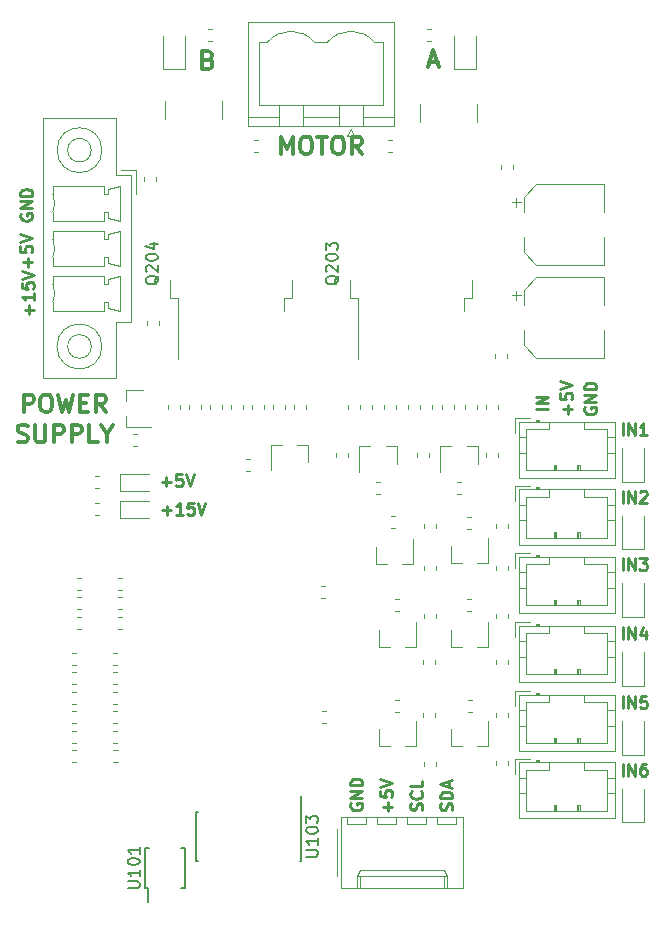
<source format=gto>
G04 #@! TF.GenerationSoftware,KiCad,Pcbnew,5.0.2+dfsg1-1~bpo9+1*
G04 #@! TF.CreationDate,2020-01-22T15:14:46+01:00*
G04 #@! TF.ProjectId,MOTOR_BOARD_I2C,4d4f544f-525f-4424-9f41-52445f493243,rev?*
G04 #@! TF.SameCoordinates,Original*
G04 #@! TF.FileFunction,Legend,Top*
G04 #@! TF.FilePolarity,Positive*
%FSLAX46Y46*%
G04 Gerber Fmt 4.6, Leading zero omitted, Abs format (unit mm)*
G04 Created by KiCad (PCBNEW 5.0.2+dfsg1-1~bpo9+1) date mer. 22 janv. 2020 15:14:46 CET*
%MOMM*%
%LPD*%
G01*
G04 APERTURE LIST*
%ADD10C,0.250000*%
%ADD11C,0.300000*%
%ADD12C,0.120000*%
%ADD13C,0.150000*%
G04 APERTURE END LIST*
D10*
X185944095Y-60269428D02*
X186706000Y-60269428D01*
X186325047Y-60650380D02*
X186325047Y-59888476D01*
X187706000Y-60650380D02*
X187134571Y-60650380D01*
X187420285Y-60650380D02*
X187420285Y-59650380D01*
X187325047Y-59793238D01*
X187229809Y-59888476D01*
X187134571Y-59936095D01*
X188610761Y-59650380D02*
X188134571Y-59650380D01*
X188086952Y-60126571D01*
X188134571Y-60078952D01*
X188229809Y-60031333D01*
X188467904Y-60031333D01*
X188563142Y-60078952D01*
X188610761Y-60126571D01*
X188658380Y-60221809D01*
X188658380Y-60459904D01*
X188610761Y-60555142D01*
X188563142Y-60602761D01*
X188467904Y-60650380D01*
X188229809Y-60650380D01*
X188134571Y-60602761D01*
X188086952Y-60555142D01*
X188944095Y-59650380D02*
X189277428Y-60650380D01*
X189610761Y-59650380D01*
X185912285Y-57856428D02*
X186674190Y-57856428D01*
X186293238Y-58237380D02*
X186293238Y-57475476D01*
X187626571Y-57237380D02*
X187150380Y-57237380D01*
X187102761Y-57713571D01*
X187150380Y-57665952D01*
X187245619Y-57618333D01*
X187483714Y-57618333D01*
X187578952Y-57665952D01*
X187626571Y-57713571D01*
X187674190Y-57808809D01*
X187674190Y-58046904D01*
X187626571Y-58142142D01*
X187578952Y-58189761D01*
X187483714Y-58237380D01*
X187245619Y-58237380D01*
X187150380Y-58189761D01*
X187102761Y-58142142D01*
X187959904Y-57237380D02*
X188293238Y-58237380D01*
X188626571Y-57237380D01*
X173998000Y-35178904D02*
X173950380Y-35274142D01*
X173950380Y-35417000D01*
X173998000Y-35559857D01*
X174093238Y-35655095D01*
X174188476Y-35702714D01*
X174378952Y-35750333D01*
X174521809Y-35750333D01*
X174712285Y-35702714D01*
X174807523Y-35655095D01*
X174902761Y-35559857D01*
X174950380Y-35417000D01*
X174950380Y-35321761D01*
X174902761Y-35178904D01*
X174855142Y-35131285D01*
X174521809Y-35131285D01*
X174521809Y-35321761D01*
X174950380Y-34702714D02*
X173950380Y-34702714D01*
X174950380Y-34131285D01*
X173950380Y-34131285D01*
X174950380Y-33655095D02*
X173950380Y-33655095D01*
X173950380Y-33417000D01*
X173998000Y-33274142D01*
X174093238Y-33178904D01*
X174188476Y-33131285D01*
X174378952Y-33083666D01*
X174521809Y-33083666D01*
X174712285Y-33131285D01*
X174807523Y-33178904D01*
X174902761Y-33274142D01*
X174950380Y-33417000D01*
X174950380Y-33655095D01*
X174569428Y-39639714D02*
X174569428Y-38877809D01*
X174950380Y-39258761D02*
X174188476Y-39258761D01*
X173950380Y-37925428D02*
X173950380Y-38401619D01*
X174426571Y-38449238D01*
X174378952Y-38401619D01*
X174331333Y-38306380D01*
X174331333Y-38068285D01*
X174378952Y-37973047D01*
X174426571Y-37925428D01*
X174521809Y-37877809D01*
X174759904Y-37877809D01*
X174855142Y-37925428D01*
X174902761Y-37973047D01*
X174950380Y-38068285D01*
X174950380Y-38306380D01*
X174902761Y-38401619D01*
X174855142Y-38449238D01*
X173950380Y-37592095D02*
X174950380Y-37258761D01*
X173950380Y-36925428D01*
X174696428Y-43671904D02*
X174696428Y-42910000D01*
X175077380Y-43290952D02*
X174315476Y-43290952D01*
X175077380Y-41910000D02*
X175077380Y-42481428D01*
X175077380Y-42195714D02*
X174077380Y-42195714D01*
X174220238Y-42290952D01*
X174315476Y-42386190D01*
X174363095Y-42481428D01*
X174077380Y-41005238D02*
X174077380Y-41481428D01*
X174553571Y-41529047D01*
X174505952Y-41481428D01*
X174458333Y-41386190D01*
X174458333Y-41148095D01*
X174505952Y-41052857D01*
X174553571Y-41005238D01*
X174648809Y-40957619D01*
X174886904Y-40957619D01*
X174982142Y-41005238D01*
X175029761Y-41052857D01*
X175077380Y-41148095D01*
X175077380Y-41386190D01*
X175029761Y-41481428D01*
X174982142Y-41529047D01*
X174077380Y-40671904D02*
X175077380Y-40338571D01*
X174077380Y-40005238D01*
D11*
X174208714Y-51981571D02*
X174208714Y-50481571D01*
X174780142Y-50481571D01*
X174923000Y-50553000D01*
X174994428Y-50624428D01*
X175065857Y-50767285D01*
X175065857Y-50981571D01*
X174994428Y-51124428D01*
X174923000Y-51195857D01*
X174780142Y-51267285D01*
X174208714Y-51267285D01*
X175994428Y-50481571D02*
X176280142Y-50481571D01*
X176423000Y-50553000D01*
X176565857Y-50695857D01*
X176637285Y-50981571D01*
X176637285Y-51481571D01*
X176565857Y-51767285D01*
X176423000Y-51910142D01*
X176280142Y-51981571D01*
X175994428Y-51981571D01*
X175851571Y-51910142D01*
X175708714Y-51767285D01*
X175637285Y-51481571D01*
X175637285Y-50981571D01*
X175708714Y-50695857D01*
X175851571Y-50553000D01*
X175994428Y-50481571D01*
X177137285Y-50481571D02*
X177494428Y-51981571D01*
X177780142Y-50910142D01*
X178065857Y-51981571D01*
X178423000Y-50481571D01*
X178994428Y-51195857D02*
X179494428Y-51195857D01*
X179708714Y-51981571D02*
X178994428Y-51981571D01*
X178994428Y-50481571D01*
X179708714Y-50481571D01*
X181208714Y-51981571D02*
X180708714Y-51267285D01*
X180351571Y-51981571D02*
X180351571Y-50481571D01*
X180923000Y-50481571D01*
X181065857Y-50553000D01*
X181137285Y-50624428D01*
X181208714Y-50767285D01*
X181208714Y-50981571D01*
X181137285Y-51124428D01*
X181065857Y-51195857D01*
X180923000Y-51267285D01*
X180351571Y-51267285D01*
X173708714Y-54460142D02*
X173923000Y-54531571D01*
X174280142Y-54531571D01*
X174423000Y-54460142D01*
X174494428Y-54388714D01*
X174565857Y-54245857D01*
X174565857Y-54103000D01*
X174494428Y-53960142D01*
X174423000Y-53888714D01*
X174280142Y-53817285D01*
X173994428Y-53745857D01*
X173851571Y-53674428D01*
X173780142Y-53603000D01*
X173708714Y-53460142D01*
X173708714Y-53317285D01*
X173780142Y-53174428D01*
X173851571Y-53103000D01*
X173994428Y-53031571D01*
X174351571Y-53031571D01*
X174565857Y-53103000D01*
X175208714Y-53031571D02*
X175208714Y-54245857D01*
X175280142Y-54388714D01*
X175351571Y-54460142D01*
X175494428Y-54531571D01*
X175780142Y-54531571D01*
X175923000Y-54460142D01*
X175994428Y-54388714D01*
X176065857Y-54245857D01*
X176065857Y-53031571D01*
X176780142Y-54531571D02*
X176780142Y-53031571D01*
X177351571Y-53031571D01*
X177494428Y-53103000D01*
X177565857Y-53174428D01*
X177637285Y-53317285D01*
X177637285Y-53531571D01*
X177565857Y-53674428D01*
X177494428Y-53745857D01*
X177351571Y-53817285D01*
X176780142Y-53817285D01*
X178280142Y-54531571D02*
X178280142Y-53031571D01*
X178851571Y-53031571D01*
X178994428Y-53103000D01*
X179065857Y-53174428D01*
X179137285Y-53317285D01*
X179137285Y-53531571D01*
X179065857Y-53674428D01*
X178994428Y-53745857D01*
X178851571Y-53817285D01*
X178280142Y-53817285D01*
X180494428Y-54531571D02*
X179780142Y-54531571D01*
X179780142Y-53031571D01*
X181280142Y-53817285D02*
X181280142Y-54531571D01*
X180780142Y-53031571D02*
X181280142Y-53817285D01*
X181780142Y-53031571D01*
X189845142Y-22117857D02*
X190059428Y-22189285D01*
X190130857Y-22260714D01*
X190202285Y-22403571D01*
X190202285Y-22617857D01*
X190130857Y-22760714D01*
X190059428Y-22832142D01*
X189916571Y-22903571D01*
X189345142Y-22903571D01*
X189345142Y-21403571D01*
X189845142Y-21403571D01*
X189988000Y-21475000D01*
X190059428Y-21546428D01*
X190130857Y-21689285D01*
X190130857Y-21832142D01*
X190059428Y-21975000D01*
X189988000Y-22046428D01*
X189845142Y-22117857D01*
X189345142Y-22117857D01*
X208557857Y-22348000D02*
X209272142Y-22348000D01*
X208415000Y-22776571D02*
X208915000Y-21276571D01*
X209415000Y-22776571D01*
D10*
X221750000Y-51561904D02*
X221702380Y-51657142D01*
X221702380Y-51800000D01*
X221750000Y-51942857D01*
X221845238Y-52038095D01*
X221940476Y-52085714D01*
X222130952Y-52133333D01*
X222273809Y-52133333D01*
X222464285Y-52085714D01*
X222559523Y-52038095D01*
X222654761Y-51942857D01*
X222702380Y-51800000D01*
X222702380Y-51704761D01*
X222654761Y-51561904D01*
X222607142Y-51514285D01*
X222273809Y-51514285D01*
X222273809Y-51704761D01*
X222702380Y-51085714D02*
X221702380Y-51085714D01*
X222702380Y-50514285D01*
X221702380Y-50514285D01*
X222702380Y-50038095D02*
X221702380Y-50038095D01*
X221702380Y-49800000D01*
X221750000Y-49657142D01*
X221845238Y-49561904D01*
X221940476Y-49514285D01*
X222130952Y-49466666D01*
X222273809Y-49466666D01*
X222464285Y-49514285D01*
X222559523Y-49561904D01*
X222654761Y-49657142D01*
X222702380Y-49800000D01*
X222702380Y-50038095D01*
X220289428Y-52085714D02*
X220289428Y-51323809D01*
X220670380Y-51704761D02*
X219908476Y-51704761D01*
X219670380Y-50371428D02*
X219670380Y-50847619D01*
X220146571Y-50895238D01*
X220098952Y-50847619D01*
X220051333Y-50752380D01*
X220051333Y-50514285D01*
X220098952Y-50419047D01*
X220146571Y-50371428D01*
X220241809Y-50323809D01*
X220479904Y-50323809D01*
X220575142Y-50371428D01*
X220622761Y-50419047D01*
X220670380Y-50514285D01*
X220670380Y-50752380D01*
X220622761Y-50847619D01*
X220575142Y-50895238D01*
X219670380Y-50038095D02*
X220670380Y-49704761D01*
X219670380Y-49371428D01*
X218638380Y-51704809D02*
X217638380Y-51704809D01*
X218638380Y-51228619D02*
X217638380Y-51228619D01*
X218638380Y-50657190D01*
X217638380Y-50657190D01*
X224933000Y-82748380D02*
X224933000Y-81748380D01*
X225409190Y-82748380D02*
X225409190Y-81748380D01*
X225980619Y-82748380D01*
X225980619Y-81748380D01*
X226885380Y-81748380D02*
X226694904Y-81748380D01*
X226599666Y-81796000D01*
X226552047Y-81843619D01*
X226456809Y-81986476D01*
X226409190Y-82176952D01*
X226409190Y-82557904D01*
X226456809Y-82653142D01*
X226504428Y-82700761D01*
X226599666Y-82748380D01*
X226790142Y-82748380D01*
X226885380Y-82700761D01*
X226933000Y-82653142D01*
X226980619Y-82557904D01*
X226980619Y-82319809D01*
X226933000Y-82224571D01*
X226885380Y-82176952D01*
X226790142Y-82129333D01*
X226599666Y-82129333D01*
X226504428Y-82176952D01*
X226456809Y-82224571D01*
X226409190Y-82319809D01*
X224933000Y-77033380D02*
X224933000Y-76033380D01*
X225409190Y-77033380D02*
X225409190Y-76033380D01*
X225980619Y-77033380D01*
X225980619Y-76033380D01*
X226933000Y-76033380D02*
X226456809Y-76033380D01*
X226409190Y-76509571D01*
X226456809Y-76461952D01*
X226552047Y-76414333D01*
X226790142Y-76414333D01*
X226885380Y-76461952D01*
X226933000Y-76509571D01*
X226980619Y-76604809D01*
X226980619Y-76842904D01*
X226933000Y-76938142D01*
X226885380Y-76985761D01*
X226790142Y-77033380D01*
X226552047Y-77033380D01*
X226456809Y-76985761D01*
X226409190Y-76938142D01*
X224933000Y-71191380D02*
X224933000Y-70191380D01*
X225409190Y-71191380D02*
X225409190Y-70191380D01*
X225980619Y-71191380D01*
X225980619Y-70191380D01*
X226885380Y-70524714D02*
X226885380Y-71191380D01*
X226647285Y-70143761D02*
X226409190Y-70858047D01*
X227028238Y-70858047D01*
X224933000Y-65349380D02*
X224933000Y-64349380D01*
X225409190Y-65349380D02*
X225409190Y-64349380D01*
X225980619Y-65349380D01*
X225980619Y-64349380D01*
X226361571Y-64349380D02*
X226980619Y-64349380D01*
X226647285Y-64730333D01*
X226790142Y-64730333D01*
X226885380Y-64777952D01*
X226933000Y-64825571D01*
X226980619Y-64920809D01*
X226980619Y-65158904D01*
X226933000Y-65254142D01*
X226885380Y-65301761D01*
X226790142Y-65349380D01*
X226504428Y-65349380D01*
X226409190Y-65301761D01*
X226361571Y-65254142D01*
X224933000Y-59634380D02*
X224933000Y-58634380D01*
X225409190Y-59634380D02*
X225409190Y-58634380D01*
X225980619Y-59634380D01*
X225980619Y-58634380D01*
X226409190Y-58729619D02*
X226456809Y-58682000D01*
X226552047Y-58634380D01*
X226790142Y-58634380D01*
X226885380Y-58682000D01*
X226933000Y-58729619D01*
X226980619Y-58824857D01*
X226980619Y-58920095D01*
X226933000Y-59062952D01*
X226361571Y-59634380D01*
X226980619Y-59634380D01*
X224933000Y-53919380D02*
X224933000Y-52919380D01*
X225409190Y-53919380D02*
X225409190Y-52919380D01*
X225980619Y-53919380D01*
X225980619Y-52919380D01*
X226980619Y-53919380D02*
X226409190Y-53919380D01*
X226694904Y-53919380D02*
X226694904Y-52919380D01*
X226599666Y-53062238D01*
X226504428Y-53157476D01*
X226409190Y-53205095D01*
D11*
X195997142Y-30142571D02*
X195997142Y-28642571D01*
X196497142Y-29714000D01*
X196997142Y-28642571D01*
X196997142Y-30142571D01*
X197997142Y-28642571D02*
X198282857Y-28642571D01*
X198425714Y-28714000D01*
X198568571Y-28856857D01*
X198640000Y-29142571D01*
X198640000Y-29642571D01*
X198568571Y-29928285D01*
X198425714Y-30071142D01*
X198282857Y-30142571D01*
X197997142Y-30142571D01*
X197854285Y-30071142D01*
X197711428Y-29928285D01*
X197640000Y-29642571D01*
X197640000Y-29142571D01*
X197711428Y-28856857D01*
X197854285Y-28714000D01*
X197997142Y-28642571D01*
X199068571Y-28642571D02*
X199925714Y-28642571D01*
X199497142Y-30142571D02*
X199497142Y-28642571D01*
X200711428Y-28642571D02*
X200997142Y-28642571D01*
X201140000Y-28714000D01*
X201282857Y-28856857D01*
X201354285Y-29142571D01*
X201354285Y-29642571D01*
X201282857Y-29928285D01*
X201140000Y-30071142D01*
X200997142Y-30142571D01*
X200711428Y-30142571D01*
X200568571Y-30071142D01*
X200425714Y-29928285D01*
X200354285Y-29642571D01*
X200354285Y-29142571D01*
X200425714Y-28856857D01*
X200568571Y-28714000D01*
X200711428Y-28642571D01*
X202854285Y-30142571D02*
X202354285Y-29428285D01*
X201997142Y-30142571D02*
X201997142Y-28642571D01*
X202568571Y-28642571D01*
X202711428Y-28714000D01*
X202782857Y-28785428D01*
X202854285Y-28928285D01*
X202854285Y-29142571D01*
X202782857Y-29285428D01*
X202711428Y-29356857D01*
X202568571Y-29428285D01*
X201997142Y-29428285D01*
D10*
X210462761Y-85669285D02*
X210510380Y-85526428D01*
X210510380Y-85288333D01*
X210462761Y-85193095D01*
X210415142Y-85145476D01*
X210319904Y-85097857D01*
X210224666Y-85097857D01*
X210129428Y-85145476D01*
X210081809Y-85193095D01*
X210034190Y-85288333D01*
X209986571Y-85478809D01*
X209938952Y-85574047D01*
X209891333Y-85621666D01*
X209796095Y-85669285D01*
X209700857Y-85669285D01*
X209605619Y-85621666D01*
X209558000Y-85574047D01*
X209510380Y-85478809D01*
X209510380Y-85240714D01*
X209558000Y-85097857D01*
X210510380Y-84669285D02*
X209510380Y-84669285D01*
X209510380Y-84431190D01*
X209558000Y-84288333D01*
X209653238Y-84193095D01*
X209748476Y-84145476D01*
X209938952Y-84097857D01*
X210081809Y-84097857D01*
X210272285Y-84145476D01*
X210367523Y-84193095D01*
X210462761Y-84288333D01*
X210510380Y-84431190D01*
X210510380Y-84669285D01*
X210224666Y-83716904D02*
X210224666Y-83240714D01*
X210510380Y-83812142D02*
X209510380Y-83478809D01*
X210510380Y-83145476D01*
X207922761Y-85645476D02*
X207970380Y-85502619D01*
X207970380Y-85264523D01*
X207922761Y-85169285D01*
X207875142Y-85121666D01*
X207779904Y-85074047D01*
X207684666Y-85074047D01*
X207589428Y-85121666D01*
X207541809Y-85169285D01*
X207494190Y-85264523D01*
X207446571Y-85455000D01*
X207398952Y-85550238D01*
X207351333Y-85597857D01*
X207256095Y-85645476D01*
X207160857Y-85645476D01*
X207065619Y-85597857D01*
X207018000Y-85550238D01*
X206970380Y-85455000D01*
X206970380Y-85216904D01*
X207018000Y-85074047D01*
X207875142Y-84074047D02*
X207922761Y-84121666D01*
X207970380Y-84264523D01*
X207970380Y-84359761D01*
X207922761Y-84502619D01*
X207827523Y-84597857D01*
X207732285Y-84645476D01*
X207541809Y-84693095D01*
X207398952Y-84693095D01*
X207208476Y-84645476D01*
X207113238Y-84597857D01*
X207018000Y-84502619D01*
X206970380Y-84359761D01*
X206970380Y-84264523D01*
X207018000Y-84121666D01*
X207065619Y-84074047D01*
X207970380Y-83169285D02*
X207970380Y-83645476D01*
X206970380Y-83645476D01*
X205049428Y-85740714D02*
X205049428Y-84978809D01*
X205430380Y-85359761D02*
X204668476Y-85359761D01*
X204430380Y-84026428D02*
X204430380Y-84502619D01*
X204906571Y-84550238D01*
X204858952Y-84502619D01*
X204811333Y-84407380D01*
X204811333Y-84169285D01*
X204858952Y-84074047D01*
X204906571Y-84026428D01*
X205001809Y-83978809D01*
X205239904Y-83978809D01*
X205335142Y-84026428D01*
X205382761Y-84074047D01*
X205430380Y-84169285D01*
X205430380Y-84407380D01*
X205382761Y-84502619D01*
X205335142Y-84550238D01*
X204430380Y-83693095D02*
X205430380Y-83359761D01*
X204430380Y-83026428D01*
X201938000Y-85089904D02*
X201890380Y-85185142D01*
X201890380Y-85328000D01*
X201938000Y-85470857D01*
X202033238Y-85566095D01*
X202128476Y-85613714D01*
X202318952Y-85661333D01*
X202461809Y-85661333D01*
X202652285Y-85613714D01*
X202747523Y-85566095D01*
X202842761Y-85470857D01*
X202890380Y-85328000D01*
X202890380Y-85232761D01*
X202842761Y-85089904D01*
X202795142Y-85042285D01*
X202461809Y-85042285D01*
X202461809Y-85232761D01*
X202890380Y-84613714D02*
X201890380Y-84613714D01*
X202890380Y-84042285D01*
X201890380Y-84042285D01*
X202890380Y-83566095D02*
X201890380Y-83566095D01*
X201890380Y-83328000D01*
X201938000Y-83185142D01*
X202033238Y-83089904D01*
X202128476Y-83042285D01*
X202318952Y-82994666D01*
X202461809Y-82994666D01*
X202652285Y-83042285D01*
X202747523Y-83089904D01*
X202842761Y-83185142D01*
X202890380Y-83328000D01*
X202890380Y-83566095D01*
D12*
G04 #@! TO.C,C204*
X215920250Y-33826750D02*
X215920250Y-34614250D01*
X215526500Y-34220500D02*
X216314000Y-34220500D01*
X216554000Y-38413563D02*
X217618437Y-39478000D01*
X216554000Y-33722437D02*
X217618437Y-32658000D01*
X216554000Y-33722437D02*
X216554000Y-35008000D01*
X216554000Y-38413563D02*
X216554000Y-37128000D01*
X217618437Y-39478000D02*
X223374000Y-39478000D01*
X217618437Y-32658000D02*
X223374000Y-32658000D01*
X223374000Y-32658000D02*
X223374000Y-35008000D01*
X223374000Y-39478000D02*
X223374000Y-37128000D01*
G04 #@! TO.C,R411*
X209044000Y-72980733D02*
X209044000Y-73323267D01*
X208024000Y-72980733D02*
X208024000Y-73323267D01*
D13*
G04 #@! TO.C,U101*
X184507000Y-92226000D02*
X184732000Y-92226000D01*
X184507000Y-88876000D02*
X184807000Y-88876000D01*
X187857000Y-88876000D02*
X187557000Y-88876000D01*
X187857000Y-92226000D02*
X187557000Y-92226000D01*
X184507000Y-92226000D02*
X184507000Y-88876000D01*
X187857000Y-92226000D02*
X187857000Y-88876000D01*
X184732000Y-92226000D02*
X184732000Y-93451000D01*
D12*
G04 #@! TO.C,R124*
X181777344Y-73357506D02*
X182119878Y-73357506D01*
X181777344Y-72337506D02*
X182119878Y-72337506D01*
G04 #@! TO.C,C502*
X199765767Y-67693000D02*
X199423233Y-67693000D01*
X199765767Y-66673000D02*
X199423233Y-66673000D01*
G04 #@! TO.C,C501*
X199829267Y-77277500D02*
X199486733Y-77277500D01*
X199829267Y-78297500D02*
X199486733Y-78297500D01*
G04 #@! TO.C,J405*
X215826000Y-75614000D02*
X215826000Y-76864000D01*
X217076000Y-75614000D02*
X215826000Y-75614000D01*
X221186000Y-80024000D02*
X221186000Y-79524000D01*
X221286000Y-79524000D02*
X221286000Y-80024000D01*
X221086000Y-79524000D02*
X221286000Y-79524000D01*
X221086000Y-80024000D02*
X221086000Y-79524000D01*
X219186000Y-80024000D02*
X219186000Y-79524000D01*
X219286000Y-79524000D02*
X219286000Y-80024000D01*
X219086000Y-79524000D02*
X219286000Y-79524000D01*
X219086000Y-80024000D02*
X219086000Y-79524000D01*
X224246000Y-78524000D02*
X223636000Y-78524000D01*
X224246000Y-77224000D02*
X223636000Y-77224000D01*
X216126000Y-78524000D02*
X216736000Y-78524000D01*
X216126000Y-77224000D02*
X216736000Y-77224000D01*
X221686000Y-76524000D02*
X221686000Y-75914000D01*
X223636000Y-76524000D02*
X221686000Y-76524000D01*
X223636000Y-80024000D02*
X223636000Y-76524000D01*
X216736000Y-80024000D02*
X223636000Y-80024000D01*
X216736000Y-76524000D02*
X216736000Y-80024000D01*
X218686000Y-76524000D02*
X216736000Y-76524000D01*
X218686000Y-75914000D02*
X218686000Y-76524000D01*
X217886000Y-75814000D02*
X217586000Y-75814000D01*
X217586000Y-75714000D02*
X217586000Y-75914000D01*
X217886000Y-75714000D02*
X217586000Y-75714000D01*
X217886000Y-75914000D02*
X217886000Y-75714000D01*
X224246000Y-75914000D02*
X216126000Y-75914000D01*
X224246000Y-80634000D02*
X224246000Y-75914000D01*
X216126000Y-80634000D02*
X224246000Y-80634000D01*
X216126000Y-75914000D02*
X216126000Y-80634000D01*
G04 #@! TO.C,R418*
X215267000Y-81489733D02*
X215267000Y-81832267D01*
X214247000Y-81489733D02*
X214247000Y-81832267D01*
G04 #@! TO.C,R416*
X212148267Y-76325000D02*
X211805733Y-76325000D01*
X212148267Y-77345000D02*
X211805733Y-77345000D01*
G04 #@! TO.C,Q405*
X204287000Y-80262000D02*
X205217000Y-80262000D01*
X207447000Y-80262000D02*
X206517000Y-80262000D01*
X207447000Y-80262000D02*
X207447000Y-78102000D01*
X204287000Y-80262000D02*
X204287000Y-78802000D01*
G04 #@! TO.C,R413*
X209044000Y-77768267D02*
X209044000Y-77425733D01*
X208024000Y-77768267D02*
X208024000Y-77425733D01*
G04 #@! TO.C,R414*
X214247000Y-77768267D02*
X214247000Y-77425733D01*
X215267000Y-77768267D02*
X215267000Y-77425733D01*
G04 #@! TO.C,R417*
X208151000Y-81602733D02*
X208151000Y-81945267D01*
X209171000Y-81602733D02*
X209171000Y-81945267D01*
G04 #@! TO.C,R415*
X206038267Y-77345000D02*
X205695733Y-77345000D01*
X206038267Y-76325000D02*
X205695733Y-76325000D01*
G04 #@! TO.C,Q406*
X210383000Y-80262000D02*
X211313000Y-80262000D01*
X213543000Y-80262000D02*
X212613000Y-80262000D01*
X213543000Y-80262000D02*
X213543000Y-78102000D01*
X210383000Y-80262000D02*
X210383000Y-78802000D01*
G04 #@! TO.C,Q403*
X204287000Y-71880000D02*
X204287000Y-70420000D01*
X207447000Y-71880000D02*
X207447000Y-69720000D01*
X207447000Y-71880000D02*
X206517000Y-71880000D01*
X204287000Y-71880000D02*
X205217000Y-71880000D01*
G04 #@! TO.C,R409*
X206038267Y-67816000D02*
X205695733Y-67816000D01*
X206038267Y-68836000D02*
X205695733Y-68836000D01*
G04 #@! TO.C,R407*
X208151000Y-69386267D02*
X208151000Y-69043733D01*
X209171000Y-69386267D02*
X209171000Y-69043733D01*
G04 #@! TO.C,R406*
X215267000Y-64979733D02*
X215267000Y-65322267D01*
X214247000Y-64979733D02*
X214247000Y-65322267D01*
G04 #@! TO.C,D201*
X182882000Y-50109000D02*
X182882000Y-51039000D01*
X182882000Y-53269000D02*
X182882000Y-52339000D01*
X182882000Y-53269000D02*
X185042000Y-53269000D01*
X182882000Y-50109000D02*
X184342000Y-50109000D01*
G04 #@! TO.C,J401*
X215826000Y-52500000D02*
X215826000Y-53750000D01*
X217076000Y-52500000D02*
X215826000Y-52500000D01*
X221186000Y-56910000D02*
X221186000Y-56410000D01*
X221286000Y-56410000D02*
X221286000Y-56910000D01*
X221086000Y-56410000D02*
X221286000Y-56410000D01*
X221086000Y-56910000D02*
X221086000Y-56410000D01*
X219186000Y-56910000D02*
X219186000Y-56410000D01*
X219286000Y-56410000D02*
X219286000Y-56910000D01*
X219086000Y-56410000D02*
X219286000Y-56410000D01*
X219086000Y-56910000D02*
X219086000Y-56410000D01*
X224246000Y-55410000D02*
X223636000Y-55410000D01*
X224246000Y-54110000D02*
X223636000Y-54110000D01*
X216126000Y-55410000D02*
X216736000Y-55410000D01*
X216126000Y-54110000D02*
X216736000Y-54110000D01*
X221686000Y-53410000D02*
X221686000Y-52800000D01*
X223636000Y-53410000D02*
X221686000Y-53410000D01*
X223636000Y-56910000D02*
X223636000Y-53410000D01*
X216736000Y-56910000D02*
X223636000Y-56910000D01*
X216736000Y-53410000D02*
X216736000Y-56910000D01*
X218686000Y-53410000D02*
X216736000Y-53410000D01*
X218686000Y-52800000D02*
X218686000Y-53410000D01*
X217886000Y-52700000D02*
X217586000Y-52700000D01*
X217586000Y-52600000D02*
X217586000Y-52800000D01*
X217886000Y-52600000D02*
X217586000Y-52600000D01*
X217886000Y-52800000D02*
X217886000Y-52600000D01*
X224246000Y-52800000D02*
X216126000Y-52800000D01*
X224246000Y-57520000D02*
X224246000Y-52800000D01*
X216126000Y-57520000D02*
X224246000Y-57520000D01*
X216126000Y-52800000D02*
X216126000Y-57520000D01*
G04 #@! TO.C,J402*
X215826000Y-58215000D02*
X215826000Y-59465000D01*
X217076000Y-58215000D02*
X215826000Y-58215000D01*
X221186000Y-62625000D02*
X221186000Y-62125000D01*
X221286000Y-62125000D02*
X221286000Y-62625000D01*
X221086000Y-62125000D02*
X221286000Y-62125000D01*
X221086000Y-62625000D02*
X221086000Y-62125000D01*
X219186000Y-62625000D02*
X219186000Y-62125000D01*
X219286000Y-62125000D02*
X219286000Y-62625000D01*
X219086000Y-62125000D02*
X219286000Y-62125000D01*
X219086000Y-62625000D02*
X219086000Y-62125000D01*
X224246000Y-61125000D02*
X223636000Y-61125000D01*
X224246000Y-59825000D02*
X223636000Y-59825000D01*
X216126000Y-61125000D02*
X216736000Y-61125000D01*
X216126000Y-59825000D02*
X216736000Y-59825000D01*
X221686000Y-59125000D02*
X221686000Y-58515000D01*
X223636000Y-59125000D02*
X221686000Y-59125000D01*
X223636000Y-62625000D02*
X223636000Y-59125000D01*
X216736000Y-62625000D02*
X223636000Y-62625000D01*
X216736000Y-59125000D02*
X216736000Y-62625000D01*
X218686000Y-59125000D02*
X216736000Y-59125000D01*
X218686000Y-58515000D02*
X218686000Y-59125000D01*
X217886000Y-58415000D02*
X217586000Y-58415000D01*
X217586000Y-58315000D02*
X217586000Y-58515000D01*
X217886000Y-58315000D02*
X217586000Y-58315000D01*
X217886000Y-58515000D02*
X217886000Y-58315000D01*
X224246000Y-58515000D02*
X216126000Y-58515000D01*
X224246000Y-63235000D02*
X224246000Y-58515000D01*
X216126000Y-63235000D02*
X224246000Y-63235000D01*
X216126000Y-58515000D02*
X216126000Y-63235000D01*
G04 #@! TO.C,J403*
X215826000Y-63930000D02*
X215826000Y-65180000D01*
X217076000Y-63930000D02*
X215826000Y-63930000D01*
X221186000Y-68340000D02*
X221186000Y-67840000D01*
X221286000Y-67840000D02*
X221286000Y-68340000D01*
X221086000Y-67840000D02*
X221286000Y-67840000D01*
X221086000Y-68340000D02*
X221086000Y-67840000D01*
X219186000Y-68340000D02*
X219186000Y-67840000D01*
X219286000Y-67840000D02*
X219286000Y-68340000D01*
X219086000Y-67840000D02*
X219286000Y-67840000D01*
X219086000Y-68340000D02*
X219086000Y-67840000D01*
X224246000Y-66840000D02*
X223636000Y-66840000D01*
X224246000Y-65540000D02*
X223636000Y-65540000D01*
X216126000Y-66840000D02*
X216736000Y-66840000D01*
X216126000Y-65540000D02*
X216736000Y-65540000D01*
X221686000Y-64840000D02*
X221686000Y-64230000D01*
X223636000Y-64840000D02*
X221686000Y-64840000D01*
X223636000Y-68340000D02*
X223636000Y-64840000D01*
X216736000Y-68340000D02*
X223636000Y-68340000D01*
X216736000Y-64840000D02*
X216736000Y-68340000D01*
X218686000Y-64840000D02*
X216736000Y-64840000D01*
X218686000Y-64230000D02*
X218686000Y-64840000D01*
X217886000Y-64130000D02*
X217586000Y-64130000D01*
X217586000Y-64030000D02*
X217586000Y-64230000D01*
X217886000Y-64030000D02*
X217586000Y-64030000D01*
X217886000Y-64230000D02*
X217886000Y-64030000D01*
X224246000Y-64230000D02*
X216126000Y-64230000D01*
X224246000Y-68950000D02*
X224246000Y-64230000D01*
X216126000Y-68950000D02*
X224246000Y-68950000D01*
X216126000Y-64230000D02*
X216126000Y-68950000D01*
G04 #@! TO.C,J404*
X215826000Y-69772000D02*
X215826000Y-71022000D01*
X217076000Y-69772000D02*
X215826000Y-69772000D01*
X221186000Y-74182000D02*
X221186000Y-73682000D01*
X221286000Y-73682000D02*
X221286000Y-74182000D01*
X221086000Y-73682000D02*
X221286000Y-73682000D01*
X221086000Y-74182000D02*
X221086000Y-73682000D01*
X219186000Y-74182000D02*
X219186000Y-73682000D01*
X219286000Y-73682000D02*
X219286000Y-74182000D01*
X219086000Y-73682000D02*
X219286000Y-73682000D01*
X219086000Y-74182000D02*
X219086000Y-73682000D01*
X224246000Y-72682000D02*
X223636000Y-72682000D01*
X224246000Y-71382000D02*
X223636000Y-71382000D01*
X216126000Y-72682000D02*
X216736000Y-72682000D01*
X216126000Y-71382000D02*
X216736000Y-71382000D01*
X221686000Y-70682000D02*
X221686000Y-70072000D01*
X223636000Y-70682000D02*
X221686000Y-70682000D01*
X223636000Y-74182000D02*
X223636000Y-70682000D01*
X216736000Y-74182000D02*
X223636000Y-74182000D01*
X216736000Y-70682000D02*
X216736000Y-74182000D01*
X218686000Y-70682000D02*
X216736000Y-70682000D01*
X218686000Y-70072000D02*
X218686000Y-70682000D01*
X217886000Y-69972000D02*
X217586000Y-69972000D01*
X217586000Y-69872000D02*
X217586000Y-70072000D01*
X217886000Y-69872000D02*
X217586000Y-69872000D01*
X217886000Y-70072000D02*
X217886000Y-69872000D01*
X224246000Y-70072000D02*
X216126000Y-70072000D01*
X224246000Y-74792000D02*
X224246000Y-70072000D01*
X216126000Y-74792000D02*
X224246000Y-74792000D01*
X216126000Y-70072000D02*
X216126000Y-74792000D01*
G04 #@! TO.C,J406*
X215826000Y-81329000D02*
X215826000Y-82579000D01*
X217076000Y-81329000D02*
X215826000Y-81329000D01*
X221186000Y-85739000D02*
X221186000Y-85239000D01*
X221286000Y-85239000D02*
X221286000Y-85739000D01*
X221086000Y-85239000D02*
X221286000Y-85239000D01*
X221086000Y-85739000D02*
X221086000Y-85239000D01*
X219186000Y-85739000D02*
X219186000Y-85239000D01*
X219286000Y-85239000D02*
X219286000Y-85739000D01*
X219086000Y-85239000D02*
X219286000Y-85239000D01*
X219086000Y-85739000D02*
X219086000Y-85239000D01*
X224246000Y-84239000D02*
X223636000Y-84239000D01*
X224246000Y-82939000D02*
X223636000Y-82939000D01*
X216126000Y-84239000D02*
X216736000Y-84239000D01*
X216126000Y-82939000D02*
X216736000Y-82939000D01*
X221686000Y-82239000D02*
X221686000Y-81629000D01*
X223636000Y-82239000D02*
X221686000Y-82239000D01*
X223636000Y-85739000D02*
X223636000Y-82239000D01*
X216736000Y-85739000D02*
X223636000Y-85739000D01*
X216736000Y-82239000D02*
X216736000Y-85739000D01*
X218686000Y-82239000D02*
X216736000Y-82239000D01*
X218686000Y-81629000D02*
X218686000Y-82239000D01*
X217886000Y-81529000D02*
X217586000Y-81529000D01*
X217586000Y-81429000D02*
X217586000Y-81629000D01*
X217886000Y-81429000D02*
X217586000Y-81429000D01*
X217886000Y-81629000D02*
X217886000Y-81429000D01*
X224246000Y-81629000D02*
X216126000Y-81629000D01*
X224246000Y-86349000D02*
X224246000Y-81629000D01*
X216126000Y-86349000D02*
X224246000Y-86349000D01*
X216126000Y-81629000D02*
X216126000Y-86349000D01*
G04 #@! TO.C,R201*
X210902733Y-58930000D02*
X211245267Y-58930000D01*
X210902733Y-57910000D02*
X211245267Y-57910000D01*
G04 #@! TO.C,Q201*
X212654000Y-54866000D02*
X211724000Y-54866000D01*
X209494000Y-54866000D02*
X210424000Y-54866000D01*
X209494000Y-54866000D02*
X209494000Y-57026000D01*
X212654000Y-54866000D02*
X212654000Y-56326000D01*
G04 #@! TO.C,R215*
X189232000Y-51733267D02*
X189232000Y-51390733D01*
X188212000Y-51733267D02*
X188212000Y-51390733D01*
G04 #@! TO.C,R202*
X207516000Y-55454733D02*
X207516000Y-55797267D01*
X208536000Y-55454733D02*
X208536000Y-55797267D01*
G04 #@! TO.C,R203*
X213358000Y-55797267D02*
X213358000Y-55454733D01*
X214378000Y-55797267D02*
X214378000Y-55454733D01*
G04 #@! TO.C,C202*
X206758000Y-51390733D02*
X206758000Y-51733267D01*
X205738000Y-51390733D02*
X205738000Y-51733267D01*
G04 #@! TO.C,D202*
X212542000Y-22942000D02*
X212542000Y-20082000D01*
X210622000Y-22942000D02*
X212542000Y-22942000D01*
X210622000Y-20082000D02*
X210622000Y-22942000D01*
G04 #@! TO.C,D203*
X185984000Y-20082000D02*
X185984000Y-22942000D01*
X185984000Y-22942000D02*
X187904000Y-22942000D01*
X187904000Y-22942000D02*
X187904000Y-20082000D01*
G04 #@! TO.C,D401*
X224846000Y-55007000D02*
X224846000Y-57867000D01*
X224846000Y-57867000D02*
X226766000Y-57867000D01*
X226766000Y-57867000D02*
X226766000Y-55007000D01*
G04 #@! TO.C,D402*
X224846000Y-60722000D02*
X224846000Y-63582000D01*
X224846000Y-63582000D02*
X226766000Y-63582000D01*
X226766000Y-63582000D02*
X226766000Y-60722000D01*
G04 #@! TO.C,D403*
X226766000Y-69297000D02*
X226766000Y-66437000D01*
X224846000Y-69297000D02*
X226766000Y-69297000D01*
X224846000Y-66437000D02*
X224846000Y-69297000D01*
G04 #@! TO.C,D404*
X226766000Y-75139000D02*
X226766000Y-72279000D01*
X224846000Y-75139000D02*
X226766000Y-75139000D01*
X224846000Y-72279000D02*
X224846000Y-75139000D01*
G04 #@! TO.C,D405*
X224846000Y-78121000D02*
X224846000Y-80981000D01*
X224846000Y-80981000D02*
X226766000Y-80981000D01*
X226766000Y-80981000D02*
X226766000Y-78121000D01*
G04 #@! TO.C,D406*
X226766000Y-86696000D02*
X226766000Y-83836000D01*
X224846000Y-86696000D02*
X226766000Y-86696000D01*
X224846000Y-83836000D02*
X224846000Y-86696000D01*
G04 #@! TO.C,Q202*
X205796000Y-54866000D02*
X204866000Y-54866000D01*
X202636000Y-54866000D02*
X203566000Y-54866000D01*
X202636000Y-54866000D02*
X202636000Y-57026000D01*
X205796000Y-54866000D02*
X205796000Y-56326000D01*
G04 #@! TO.C,R101*
X178334344Y-81612506D02*
X178676878Y-81612506D01*
X178334344Y-80592506D02*
X178676878Y-80592506D01*
G04 #@! TO.C,R102*
X181826844Y-80592506D02*
X182169378Y-80592506D01*
X181826844Y-81612506D02*
X182169378Y-81612506D01*
G04 #@! TO.C,R103*
X182543267Y-66038000D02*
X182200733Y-66038000D01*
X182543267Y-67058000D02*
X182200733Y-67058000D01*
G04 #@! TO.C,R104*
X179050767Y-67058000D02*
X178708233Y-67058000D01*
X179050767Y-66038000D02*
X178708233Y-66038000D01*
G04 #@! TO.C,R105*
X178334344Y-78941506D02*
X178676878Y-78941506D01*
X178334344Y-79961506D02*
X178676878Y-79961506D01*
G04 #@! TO.C,R106*
X181763344Y-79961506D02*
X182105878Y-79961506D01*
X181763344Y-78941506D02*
X182105878Y-78941506D01*
G04 #@! TO.C,R107*
X182543267Y-67625500D02*
X182200733Y-67625500D01*
X182543267Y-68645500D02*
X182200733Y-68645500D01*
G04 #@! TO.C,R108*
X179064767Y-68645500D02*
X178722233Y-68645500D01*
X179064767Y-67625500D02*
X178722233Y-67625500D01*
G04 #@! TO.C,R109*
X178320344Y-78310506D02*
X178662878Y-78310506D01*
X178320344Y-77290506D02*
X178662878Y-77290506D01*
G04 #@! TO.C,R110*
X181763344Y-77290506D02*
X182105878Y-77290506D01*
X181763344Y-78310506D02*
X182105878Y-78310506D01*
G04 #@! TO.C,R111*
X182529267Y-69276500D02*
X182186733Y-69276500D01*
X182529267Y-70296500D02*
X182186733Y-70296500D01*
G04 #@! TO.C,R112*
X179050767Y-70296500D02*
X178708233Y-70296500D01*
X179050767Y-69276500D02*
X178708233Y-69276500D01*
G04 #@! TO.C,R113*
X178334344Y-76659506D02*
X178676878Y-76659506D01*
X178334344Y-75639506D02*
X178676878Y-75639506D01*
G04 #@! TO.C,R114*
X181777344Y-76659506D02*
X182119878Y-76659506D01*
X181777344Y-75639506D02*
X182119878Y-75639506D01*
G04 #@! TO.C,R115*
X178320344Y-75008506D02*
X178662878Y-75008506D01*
X178320344Y-73988506D02*
X178662878Y-73988506D01*
G04 #@! TO.C,R116*
X181777344Y-75008506D02*
X182119878Y-75008506D01*
X181777344Y-73988506D02*
X182119878Y-73988506D01*
G04 #@! TO.C,R204*
X204044733Y-57910000D02*
X204387267Y-57910000D01*
X204044733Y-58930000D02*
X204387267Y-58930000D01*
G04 #@! TO.C,R205*
X200658000Y-55797267D02*
X200658000Y-55454733D01*
X201678000Y-55797267D02*
X201678000Y-55454733D01*
G04 #@! TO.C,R206*
X183470733Y-54866000D02*
X183813267Y-54866000D01*
X183470733Y-53846000D02*
X183813267Y-53846000D01*
G04 #@! TO.C,R207*
X214378000Y-51733267D02*
X214378000Y-51390733D01*
X213358000Y-51733267D02*
X213358000Y-51390733D01*
G04 #@! TO.C,R208*
X210695000Y-51390733D02*
X210695000Y-51733267D01*
X209675000Y-51390733D02*
X209675000Y-51733267D01*
G04 #@! TO.C,R209*
X203706000Y-51390733D02*
X203706000Y-51733267D01*
X204726000Y-51390733D02*
X204726000Y-51733267D01*
G04 #@! TO.C,R210*
X202694000Y-51390733D02*
X202694000Y-51733267D01*
X201674000Y-51390733D02*
X201674000Y-51733267D01*
G04 #@! TO.C,R211*
X207770000Y-51390733D02*
X207770000Y-51733267D01*
X208790000Y-51390733D02*
X208790000Y-51733267D01*
G04 #@! TO.C,R214*
X191010000Y-51390733D02*
X191010000Y-51733267D01*
X189990000Y-51390733D02*
X189990000Y-51733267D01*
G04 #@! TO.C,R216*
X186434000Y-51733267D02*
X186434000Y-51390733D01*
X187454000Y-51733267D02*
X187454000Y-51390733D01*
G04 #@! TO.C,R217*
X195324000Y-51390733D02*
X195324000Y-51733267D01*
X196344000Y-51390733D02*
X196344000Y-51733267D01*
G04 #@! TO.C,R218*
X194566000Y-51733267D02*
X194566000Y-51390733D01*
X193546000Y-51733267D02*
X193546000Y-51390733D01*
G04 #@! TO.C,R219*
X193059233Y-55941500D02*
X193401767Y-55941500D01*
X193059233Y-56961500D02*
X193401767Y-56961500D01*
G04 #@! TO.C,R401*
X208151000Y-61766267D02*
X208151000Y-61423733D01*
X209171000Y-61766267D02*
X209171000Y-61423733D01*
G04 #@! TO.C,R402*
X214247000Y-61766267D02*
X214247000Y-61423733D01*
X215267000Y-61766267D02*
X215267000Y-61423733D01*
G04 #@! TO.C,R403*
X205657267Y-61787500D02*
X205314733Y-61787500D01*
X205657267Y-60767500D02*
X205314733Y-60767500D01*
G04 #@! TO.C,R404*
X212120267Y-60831000D02*
X211777733Y-60831000D01*
X212120267Y-61851000D02*
X211777733Y-61851000D01*
G04 #@! TO.C,R405*
X208151000Y-64979733D02*
X208151000Y-65322267D01*
X209171000Y-64979733D02*
X209171000Y-65322267D01*
G04 #@! TO.C,R408*
X215267000Y-69386267D02*
X215267000Y-69043733D01*
X214247000Y-69386267D02*
X214247000Y-69043733D01*
G04 #@! TO.C,R410*
X212134267Y-68836000D02*
X211791733Y-68836000D01*
X212134267Y-67816000D02*
X211791733Y-67816000D01*
G04 #@! TO.C,R412*
X214247000Y-72966733D02*
X214247000Y-73309267D01*
X215267000Y-72966733D02*
X215267000Y-73309267D01*
G04 #@! TO.C,J102*
X201058000Y-86251000D02*
X201058000Y-92271000D01*
X201058000Y-92271000D02*
X211438000Y-92271000D01*
X211438000Y-92271000D02*
X211438000Y-86251000D01*
X211438000Y-86251000D02*
X201058000Y-86251000D01*
X200768000Y-87281000D02*
X200768000Y-91281000D01*
X202438000Y-92271000D02*
X202438000Y-91271000D01*
X202438000Y-91271000D02*
X210058000Y-91271000D01*
X210058000Y-91271000D02*
X210058000Y-92271000D01*
X202438000Y-91271000D02*
X202688000Y-90741000D01*
X202688000Y-90741000D02*
X209808000Y-90741000D01*
X209808000Y-90741000D02*
X210058000Y-91271000D01*
X202688000Y-92271000D02*
X202688000Y-91271000D01*
X209808000Y-92271000D02*
X209808000Y-91271000D01*
X201638000Y-86251000D02*
X201638000Y-86851000D01*
X201638000Y-86851000D02*
X203238000Y-86851000D01*
X203238000Y-86851000D02*
X203238000Y-86251000D01*
X204178000Y-86251000D02*
X204178000Y-86851000D01*
X204178000Y-86851000D02*
X205778000Y-86851000D01*
X205778000Y-86851000D02*
X205778000Y-86251000D01*
X206718000Y-86251000D02*
X206718000Y-86851000D01*
X206718000Y-86851000D02*
X208318000Y-86851000D01*
X208318000Y-86851000D02*
X208318000Y-86251000D01*
X209258000Y-86251000D02*
X209258000Y-86851000D01*
X209258000Y-86851000D02*
X210858000Y-86851000D01*
X210858000Y-86851000D02*
X210858000Y-86251000D01*
G04 #@! TO.C,J1*
X199943159Y-20644179D02*
G75*
G02X203930000Y-20660000I1986841J-1665821D01*
G01*
X194863159Y-20644179D02*
G75*
G02X198850000Y-20660000I1986841J-1665821D01*
G01*
X205580000Y-27770000D02*
X205580000Y-18950000D01*
X205580000Y-18950000D02*
X193200000Y-18950000D01*
X193200000Y-18950000D02*
X193200000Y-27770000D01*
X193200000Y-27770000D02*
X205580000Y-27770000D01*
X205580000Y-26960000D02*
X203040000Y-26960000D01*
X193200000Y-26960000D02*
X195740000Y-26960000D01*
X200930000Y-26960000D02*
X197850000Y-26960000D01*
X202930000Y-25960000D02*
X202930000Y-27770000D01*
X202930000Y-27770000D02*
X200930000Y-27770000D01*
X200930000Y-27770000D02*
X200930000Y-25960000D01*
X200930000Y-25960000D02*
X202930000Y-25960000D01*
X197850000Y-25960000D02*
X197850000Y-27770000D01*
X197850000Y-27770000D02*
X195850000Y-27770000D01*
X195850000Y-27770000D02*
X195850000Y-25960000D01*
X195850000Y-25960000D02*
X197850000Y-25960000D01*
X199930000Y-20660000D02*
X198850000Y-20660000D01*
X203930000Y-20660000D02*
X204670000Y-20660000D01*
X204670000Y-20660000D02*
X204670000Y-25960000D01*
X204670000Y-25960000D02*
X194110000Y-25960000D01*
X194110000Y-25960000D02*
X194110000Y-20660000D01*
X194110000Y-20660000D02*
X194850000Y-20660000D01*
X201630000Y-28570000D02*
X201930000Y-27970000D01*
X201930000Y-27970000D02*
X202230000Y-28570000D01*
X202230000Y-28570000D02*
X201630000Y-28570000D01*
G04 #@! TO.C,TH201*
X212595000Y-25892936D02*
X212595000Y-27447064D01*
X207775000Y-25892936D02*
X207775000Y-27447064D01*
G04 #@! TO.C,TH202*
X186185000Y-25600436D02*
X186185000Y-27154564D01*
X191005000Y-25600436D02*
X191005000Y-27154564D01*
G04 #@! TO.C,C203*
X214120000Y-47072733D02*
X214120000Y-47415267D01*
X215140000Y-47072733D02*
X215140000Y-47415267D01*
G04 #@! TO.C,C205*
X205060733Y-29974000D02*
X205403267Y-29974000D01*
X205060733Y-28954000D02*
X205403267Y-28954000D01*
G04 #@! TO.C,C206*
X215648000Y-31070733D02*
X215648000Y-31413267D01*
X214628000Y-31070733D02*
X214628000Y-31413267D01*
G04 #@! TO.C,C207*
X194086267Y-29974000D02*
X193743733Y-29974000D01*
X194086267Y-28954000D02*
X193743733Y-28954000D01*
G04 #@! TO.C,C208*
X185422000Y-32086733D02*
X185422000Y-32429267D01*
X184402000Y-32086733D02*
X184402000Y-32429267D01*
G04 #@! TO.C,C210*
X184656000Y-44278733D02*
X184656000Y-44621267D01*
X185676000Y-44278733D02*
X185676000Y-44621267D01*
G04 #@! TO.C,C201*
X212600000Y-51390733D02*
X212600000Y-51733267D01*
X211580000Y-51390733D02*
X211580000Y-51733267D01*
G04 #@! TO.C,R212*
X208705267Y-20576000D02*
X208362733Y-20576000D01*
X208705267Y-19556000D02*
X208362733Y-19556000D01*
G04 #@! TO.C,R213*
X189820733Y-20576000D02*
X190163267Y-20576000D01*
X189820733Y-19556000D02*
X190163267Y-19556000D01*
G04 #@! TO.C,C211*
X192788000Y-51390733D02*
X192788000Y-51733267D01*
X191768000Y-51390733D02*
X191768000Y-51733267D01*
G04 #@! TO.C,C212*
X198122000Y-51390733D02*
X198122000Y-51733267D01*
X197102000Y-51390733D02*
X197102000Y-51733267D01*
G04 #@! TO.C,C209*
X223374000Y-47352000D02*
X223374000Y-45002000D01*
X223374000Y-40532000D02*
X223374000Y-42882000D01*
X217618437Y-40532000D02*
X223374000Y-40532000D01*
X217618437Y-47352000D02*
X223374000Y-47352000D01*
X216554000Y-46287563D02*
X216554000Y-45002000D01*
X216554000Y-41596437D02*
X216554000Y-42882000D01*
X216554000Y-41596437D02*
X217618437Y-40532000D01*
X216554000Y-46287563D02*
X217618437Y-47352000D01*
X215526500Y-42094500D02*
X216314000Y-42094500D01*
X215920250Y-41700750D02*
X215920250Y-42488250D01*
G04 #@! TO.C,D204*
X198303000Y-54739000D02*
X198303000Y-56199000D01*
X195143000Y-54739000D02*
X195143000Y-56899000D01*
X195143000Y-54739000D02*
X196073000Y-54739000D01*
X198303000Y-54739000D02*
X197373000Y-54739000D01*
D13*
G04 #@! TO.C,U103*
X197744000Y-85809000D02*
X197719000Y-85809000D01*
X197744000Y-89959000D02*
X197629000Y-89959000D01*
X188844000Y-89959000D02*
X188959000Y-89959000D01*
X188844000Y-85809000D02*
X188959000Y-85809000D01*
X197744000Y-85809000D02*
X197744000Y-89959000D01*
X188844000Y-85809000D02*
X188844000Y-89959000D01*
X197719000Y-85809000D02*
X197719000Y-84434000D01*
D12*
G04 #@! TO.C,Q401*
X204033000Y-64831500D02*
X204963000Y-64831500D01*
X207193000Y-64831500D02*
X206263000Y-64831500D01*
X207193000Y-64831500D02*
X207193000Y-62671500D01*
X204033000Y-64831500D02*
X204033000Y-63371500D01*
G04 #@! TO.C,Q402*
X210383000Y-64768000D02*
X210383000Y-63308000D01*
X213543000Y-64768000D02*
X213543000Y-62608000D01*
X213543000Y-64768000D02*
X212613000Y-64768000D01*
X210383000Y-64768000D02*
X211313000Y-64768000D01*
G04 #@! TO.C,Q404*
X210383000Y-71880000D02*
X210383000Y-70420000D01*
X213543000Y-71880000D02*
X213543000Y-69720000D01*
X213543000Y-71880000D02*
X212613000Y-71880000D01*
X210383000Y-71880000D02*
X211313000Y-71880000D01*
G04 #@! TO.C,R123*
X178334344Y-72337506D02*
X178676878Y-72337506D01*
X178334344Y-73357506D02*
X178676878Y-73357506D01*
G04 #@! TO.C,J101*
X176693155Y-35039647D02*
G75*
G03X176693000Y-33540000I-1700155J749647D01*
G01*
X176693155Y-38849647D02*
G75*
G03X176693000Y-37350000I-1700155J749647D01*
G01*
X176693155Y-42659647D02*
G75*
G03X176693000Y-41160000I-1700155J749647D01*
G01*
X180843000Y-29790000D02*
G75*
G03X180843000Y-29790000I-1900000J0D01*
G01*
X180843000Y-46410000D02*
G75*
G03X180843000Y-46410000I-1900000J0D01*
G01*
X179943000Y-29790000D02*
G75*
G03X179943000Y-29790000I-1000000J0D01*
G01*
X179943000Y-46410000D02*
G75*
G03X179943000Y-46410000I-1000000J0D01*
G01*
X175833000Y-27080000D02*
X175833000Y-49120000D01*
X175833000Y-49120000D02*
X182053000Y-49120000D01*
X182053000Y-49120000D02*
X182053000Y-44320000D01*
X182053000Y-44320000D02*
X183303000Y-44320000D01*
X183303000Y-44320000D02*
X183303000Y-31880000D01*
X183303000Y-31880000D02*
X182053000Y-31880000D01*
X182053000Y-31880000D02*
X182053000Y-27080000D01*
X182053000Y-27080000D02*
X175833000Y-27080000D01*
X176693000Y-33540000D02*
X176693000Y-32790000D01*
X176693000Y-32790000D02*
X180993000Y-32790000D01*
X180993000Y-32790000D02*
X180993000Y-33540000D01*
X180993000Y-33540000D02*
X181343000Y-33540000D01*
X181343000Y-33540000D02*
X181343000Y-33040000D01*
X181343000Y-33040000D02*
X182343000Y-32790000D01*
X182343000Y-32790000D02*
X182343000Y-35790000D01*
X182343000Y-35790000D02*
X181343000Y-35540000D01*
X181343000Y-35540000D02*
X181343000Y-35040000D01*
X181343000Y-35040000D02*
X180993000Y-35040000D01*
X180993000Y-35040000D02*
X180993000Y-35790000D01*
X180993000Y-35790000D02*
X176693000Y-35790000D01*
X176693000Y-35790000D02*
X176693000Y-35040000D01*
X176693000Y-37350000D02*
X176693000Y-36600000D01*
X176693000Y-36600000D02*
X180993000Y-36600000D01*
X180993000Y-36600000D02*
X180993000Y-37350000D01*
X180993000Y-37350000D02*
X181343000Y-37350000D01*
X181343000Y-37350000D02*
X181343000Y-36850000D01*
X181343000Y-36850000D02*
X182343000Y-36600000D01*
X182343000Y-36600000D02*
X182343000Y-39600000D01*
X182343000Y-39600000D02*
X181343000Y-39350000D01*
X181343000Y-39350000D02*
X181343000Y-38850000D01*
X181343000Y-38850000D02*
X180993000Y-38850000D01*
X180993000Y-38850000D02*
X180993000Y-39600000D01*
X180993000Y-39600000D02*
X176693000Y-39600000D01*
X176693000Y-39600000D02*
X176693000Y-38850000D01*
X176693000Y-41160000D02*
X176693000Y-40410000D01*
X176693000Y-40410000D02*
X180993000Y-40410000D01*
X180993000Y-40410000D02*
X180993000Y-41160000D01*
X180993000Y-41160000D02*
X181343000Y-41160000D01*
X181343000Y-41160000D02*
X181343000Y-40660000D01*
X181343000Y-40660000D02*
X182343000Y-40410000D01*
X182343000Y-40410000D02*
X182343000Y-43410000D01*
X182343000Y-43410000D02*
X181343000Y-43160000D01*
X181343000Y-43160000D02*
X181343000Y-42660000D01*
X181343000Y-42660000D02*
X180993000Y-42660000D01*
X180993000Y-42660000D02*
X180993000Y-43410000D01*
X180993000Y-43410000D02*
X176693000Y-43410000D01*
X176693000Y-43410000D02*
X176693000Y-42660000D01*
X182443000Y-31490000D02*
X183693000Y-31490000D01*
X183693000Y-31490000D02*
X183693000Y-33490000D01*
G04 #@! TO.C,D101*
X182363000Y-58647000D02*
X184823000Y-58647000D01*
X182363000Y-57177000D02*
X182363000Y-58647000D01*
X184823000Y-57177000D02*
X182363000Y-57177000D01*
G04 #@! TO.C,D102*
X184823000Y-59463000D02*
X182363000Y-59463000D01*
X182363000Y-59463000D02*
X182363000Y-60933000D01*
X182363000Y-60933000D02*
X184823000Y-60933000D01*
G04 #@! TO.C,R126*
X180638267Y-57402000D02*
X180295733Y-57402000D01*
X180638267Y-58422000D02*
X180295733Y-58422000D01*
G04 #@! TO.C,R127*
X180638267Y-60708000D02*
X180295733Y-60708000D01*
X180638267Y-59688000D02*
X180295733Y-59688000D01*
G04 #@! TO.C,Q203*
X211520000Y-42320000D02*
X211520000Y-43420000D01*
X212210000Y-42320000D02*
X211520000Y-42320000D01*
X212210000Y-40820000D02*
X212210000Y-42320000D01*
X202500000Y-42320000D02*
X202500000Y-47445000D01*
X201810000Y-42320000D02*
X202500000Y-42320000D01*
X201810000Y-40820000D02*
X201810000Y-42320000D01*
G04 #@! TO.C,Q204*
X186570000Y-40820000D02*
X186570000Y-42320000D01*
X186570000Y-42320000D02*
X187260000Y-42320000D01*
X187260000Y-42320000D02*
X187260000Y-47445000D01*
X196970000Y-40820000D02*
X196970000Y-42320000D01*
X196970000Y-42320000D02*
X196280000Y-42320000D01*
X196280000Y-42320000D02*
X196280000Y-43420000D01*
G04 #@! TO.C,U101*
D13*
X183034380Y-92265285D02*
X183843904Y-92265285D01*
X183939142Y-92217666D01*
X183986761Y-92170047D01*
X184034380Y-92074809D01*
X184034380Y-91884333D01*
X183986761Y-91789095D01*
X183939142Y-91741476D01*
X183843904Y-91693857D01*
X183034380Y-91693857D01*
X184034380Y-90693857D02*
X184034380Y-91265285D01*
X184034380Y-90979571D02*
X183034380Y-90979571D01*
X183177238Y-91074809D01*
X183272476Y-91170047D01*
X183320095Y-91265285D01*
X183034380Y-90074809D02*
X183034380Y-89979571D01*
X183082000Y-89884333D01*
X183129619Y-89836714D01*
X183224857Y-89789095D01*
X183415333Y-89741476D01*
X183653428Y-89741476D01*
X183843904Y-89789095D01*
X183939142Y-89836714D01*
X183986761Y-89884333D01*
X184034380Y-89979571D01*
X184034380Y-90074809D01*
X183986761Y-90170047D01*
X183939142Y-90217666D01*
X183843904Y-90265285D01*
X183653428Y-90312904D01*
X183415333Y-90312904D01*
X183224857Y-90265285D01*
X183129619Y-90217666D01*
X183082000Y-90170047D01*
X183034380Y-90074809D01*
X184034380Y-88789095D02*
X184034380Y-89360523D01*
X184034380Y-89074809D02*
X183034380Y-89074809D01*
X183177238Y-89170047D01*
X183272476Y-89265285D01*
X183320095Y-89360523D01*
G04 #@! TO.C,U103*
X198121380Y-89598285D02*
X198930904Y-89598285D01*
X199026142Y-89550666D01*
X199073761Y-89503047D01*
X199121380Y-89407809D01*
X199121380Y-89217333D01*
X199073761Y-89122095D01*
X199026142Y-89074476D01*
X198930904Y-89026857D01*
X198121380Y-89026857D01*
X199121380Y-88026857D02*
X199121380Y-88598285D01*
X199121380Y-88312571D02*
X198121380Y-88312571D01*
X198264238Y-88407809D01*
X198359476Y-88503047D01*
X198407095Y-88598285D01*
X198121380Y-87407809D02*
X198121380Y-87312571D01*
X198169000Y-87217333D01*
X198216619Y-87169714D01*
X198311857Y-87122095D01*
X198502333Y-87074476D01*
X198740428Y-87074476D01*
X198930904Y-87122095D01*
X199026142Y-87169714D01*
X199073761Y-87217333D01*
X199121380Y-87312571D01*
X199121380Y-87407809D01*
X199073761Y-87503047D01*
X199026142Y-87550666D01*
X198930904Y-87598285D01*
X198740428Y-87645904D01*
X198502333Y-87645904D01*
X198311857Y-87598285D01*
X198216619Y-87550666D01*
X198169000Y-87503047D01*
X198121380Y-87407809D01*
X198121380Y-86741142D02*
X198121380Y-86122095D01*
X198502333Y-86455428D01*
X198502333Y-86312571D01*
X198549952Y-86217333D01*
X198597571Y-86169714D01*
X198692809Y-86122095D01*
X198930904Y-86122095D01*
X199026142Y-86169714D01*
X199073761Y-86217333D01*
X199121380Y-86312571D01*
X199121380Y-86598285D01*
X199073761Y-86693523D01*
X199026142Y-86741142D01*
G04 #@! TO.C,Q203*
X200907619Y-40417619D02*
X200860000Y-40512857D01*
X200764761Y-40608095D01*
X200621904Y-40750952D01*
X200574285Y-40846190D01*
X200574285Y-40941428D01*
X200812380Y-40893809D02*
X200764761Y-40989047D01*
X200669523Y-41084285D01*
X200479047Y-41131904D01*
X200145714Y-41131904D01*
X199955238Y-41084285D01*
X199860000Y-40989047D01*
X199812380Y-40893809D01*
X199812380Y-40703333D01*
X199860000Y-40608095D01*
X199955238Y-40512857D01*
X200145714Y-40465238D01*
X200479047Y-40465238D01*
X200669523Y-40512857D01*
X200764761Y-40608095D01*
X200812380Y-40703333D01*
X200812380Y-40893809D01*
X199907619Y-40084285D02*
X199860000Y-40036666D01*
X199812380Y-39941428D01*
X199812380Y-39703333D01*
X199860000Y-39608095D01*
X199907619Y-39560476D01*
X200002857Y-39512857D01*
X200098095Y-39512857D01*
X200240952Y-39560476D01*
X200812380Y-40131904D01*
X200812380Y-39512857D01*
X199812380Y-38893809D02*
X199812380Y-38798571D01*
X199860000Y-38703333D01*
X199907619Y-38655714D01*
X200002857Y-38608095D01*
X200193333Y-38560476D01*
X200431428Y-38560476D01*
X200621904Y-38608095D01*
X200717142Y-38655714D01*
X200764761Y-38703333D01*
X200812380Y-38798571D01*
X200812380Y-38893809D01*
X200764761Y-38989047D01*
X200717142Y-39036666D01*
X200621904Y-39084285D01*
X200431428Y-39131904D01*
X200193333Y-39131904D01*
X200002857Y-39084285D01*
X199907619Y-39036666D01*
X199860000Y-38989047D01*
X199812380Y-38893809D01*
X199812380Y-38227142D02*
X199812380Y-37608095D01*
X200193333Y-37941428D01*
X200193333Y-37798571D01*
X200240952Y-37703333D01*
X200288571Y-37655714D01*
X200383809Y-37608095D01*
X200621904Y-37608095D01*
X200717142Y-37655714D01*
X200764761Y-37703333D01*
X200812380Y-37798571D01*
X200812380Y-38084285D01*
X200764761Y-38179523D01*
X200717142Y-38227142D01*
G04 #@! TO.C,Q204*
X185667619Y-40417619D02*
X185620000Y-40512857D01*
X185524761Y-40608095D01*
X185381904Y-40750952D01*
X185334285Y-40846190D01*
X185334285Y-40941428D01*
X185572380Y-40893809D02*
X185524761Y-40989047D01*
X185429523Y-41084285D01*
X185239047Y-41131904D01*
X184905714Y-41131904D01*
X184715238Y-41084285D01*
X184620000Y-40989047D01*
X184572380Y-40893809D01*
X184572380Y-40703333D01*
X184620000Y-40608095D01*
X184715238Y-40512857D01*
X184905714Y-40465238D01*
X185239047Y-40465238D01*
X185429523Y-40512857D01*
X185524761Y-40608095D01*
X185572380Y-40703333D01*
X185572380Y-40893809D01*
X184667619Y-40084285D02*
X184620000Y-40036666D01*
X184572380Y-39941428D01*
X184572380Y-39703333D01*
X184620000Y-39608095D01*
X184667619Y-39560476D01*
X184762857Y-39512857D01*
X184858095Y-39512857D01*
X185000952Y-39560476D01*
X185572380Y-40131904D01*
X185572380Y-39512857D01*
X184572380Y-38893809D02*
X184572380Y-38798571D01*
X184620000Y-38703333D01*
X184667619Y-38655714D01*
X184762857Y-38608095D01*
X184953333Y-38560476D01*
X185191428Y-38560476D01*
X185381904Y-38608095D01*
X185477142Y-38655714D01*
X185524761Y-38703333D01*
X185572380Y-38798571D01*
X185572380Y-38893809D01*
X185524761Y-38989047D01*
X185477142Y-39036666D01*
X185381904Y-39084285D01*
X185191428Y-39131904D01*
X184953333Y-39131904D01*
X184762857Y-39084285D01*
X184667619Y-39036666D01*
X184620000Y-38989047D01*
X184572380Y-38893809D01*
X184905714Y-37703333D02*
X185572380Y-37703333D01*
X184524761Y-37941428D02*
X185239047Y-38179523D01*
X185239047Y-37560476D01*
G04 #@! TD*
M02*

</source>
